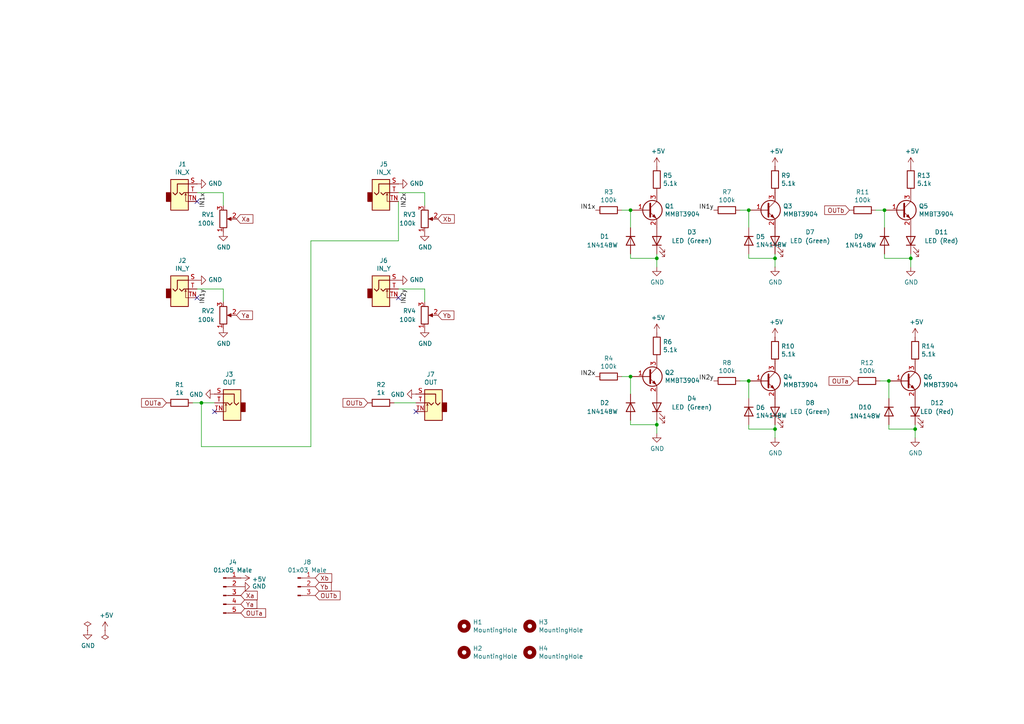
<source format=kicad_sch>
(kicad_sch (version 20231120) (generator "eeschema") (generator_version "8.0")
  (paper "A4")
  (title_block (title "produkt") (date "2021-08-01") (rev "R02") (comment 1 "schema for mount pcb") (comment 2 "vca and ringmodulator") (comment 4 "License CC BY 4.0 - Attribution 4.0 International"))
  (lib_symbols
    (symbol "Connector:Conn_01x03_Pin" (pin_names (offset 1.016) hide)
      (property "Reference" "J" (at 0 5.08 0))
      (property "Value" "Conn_01x03_Pin" (at 0 -5.08 0))
      (symbol "Conn_01x03_Pin_1_1"
        (polyline (pts (xy 1.27 -2.54) (xy 0.8636 -2.54)) (stroke (width 0.1524)))
        (polyline (pts (xy 1.27 0) (xy 0.8636 0)) (stroke (width 0.1524)))
        (polyline (pts (xy 1.27 2.54) (xy 0.8636 2.54)) (stroke (width 0.1524)))
        (rectangle (start 0.8636 -2.413) (end 0 -2.667) (stroke (width 0.1524)) (fill (type outline)))
        (rectangle (start 0.8636 0.127) (end 0 -0.127) (stroke (width 0.1524)) (fill (type outline)))
        (rectangle (start 0.8636 2.667) (end 0 2.413) (stroke (width 0.1524)) (fill (type outline)))
        (pin passive line (at 5.08 2.54 180) (length 3.81) (name "Pin_1") (number "1"))
        (pin passive line (at 5.08 0 180) (length 3.81) (name "Pin_2") (number "2"))
        (pin passive line (at 5.08 -2.54 180) (length 3.81) (name "Pin_3") (number "3"))
      )
    )
    (symbol "Connector:Conn_01x05_Pin" (pin_names (offset 1.016) hide)
      (property "Reference" "J" (at 0 7.62 0))
      (property "Value" "Conn_01x05_Pin" (at 0 -7.62 0))
      (symbol "Conn_01x05_Pin_1_1"
        (polyline (pts (xy 1.27 -5.08) (xy 0.8636 -5.08)) (stroke (width 0.1524)))
        (polyline (pts (xy 1.27 -2.54) (xy 0.8636 -2.54)) (stroke (width 0.1524)))
        (polyline (pts (xy 1.27 0) (xy 0.8636 0)) (stroke (width 0.1524)))
        (polyline (pts (xy 1.27 2.54) (xy 0.8636 2.54)) (stroke (width 0.1524)))
        (polyline (pts (xy 1.27 5.08) (xy 0.8636 5.08)) (stroke (width 0.1524)))
        (rectangle (start 0.8636 -4.953) (end 0 -5.207) (stroke (width 0.1524)) (fill (type outline)))
        (rectangle (start 0.8636 -2.413) (end 0 -2.667) (stroke (width 0.1524)) (fill (type outline)))
        (rectangle (start 0.8636 0.127) (end 0 -0.127) (stroke (width 0.1524)) (fill (type outline)))
        (rectangle (start 0.8636 2.667) (end 0 2.413) (stroke (width 0.1524)) (fill (type outline)))
        (rectangle (start 0.8636 5.207) (end 0 4.953) (stroke (width 0.1524)) (fill (type outline)))
        (pin passive line (at 5.08 5.08 180) (length 3.81) (name "Pin_1") (number "1"))
        (pin passive line (at 5.08 2.54 180) (length 3.81) (name "Pin_2") (number "2"))
        (pin passive line (at 5.08 0 180) (length 3.81) (name "Pin_3") (number "3"))
        (pin passive line (at 5.08 -2.54 180) (length 3.81) (name "Pin_4") (number "4"))
        (pin passive line (at 5.08 -5.08 180) (length 3.81) (name "Pin_5") (number "5"))
      )
    )
    (symbol "Connector_Audio:AudioJack2_SwitchT"
      (property "Reference" "J" (at 0 8.89 0))
      (property "Value" "AudioJack2_SwitchT" (at 0 6.35 0))
      (symbol "AudioJack2_SwitchT_0_1"
        (rectangle (start -2.54 0) (end -3.81 -2.54) (stroke (width 0.254)) (fill (type outline)))
        (polyline (pts (xy 1.778 -0.254) (xy 2.032 -0.762)))
        (polyline (pts (xy 0 0) (xy 0.635 -0.635) (xy 1.27 0) (xy 2.54 0)) (stroke (width 0.254)))
        (polyline (pts (xy 2.54 -2.54) (xy 1.778 -2.54) (xy 1.778 -0.254) (xy 1.524 -0.762)))
        (polyline (pts (xy 2.54 2.54) (xy -0.635 2.54) (xy -0.635 0) (xy -1.27 -0.635) (xy -1.905 0)) (stroke (width 0.254)))
        (rectangle (start 2.54 3.81) (end -2.54 -5.08) (stroke (width 0.254)) (fill (type background)))
      )
      (symbol "AudioJack2_SwitchT_1_1"
        (pin passive line (at 5.08 2.54 180) (length 2.54) (name "~") (number "S"))
        (pin passive line (at 5.08 0 180) (length 2.54) (name "~") (number "T"))
        (pin passive line (at 5.08 -2.54 180) (length 2.54) (name "~") (number "TN"))
      )
    )
    (symbol "Device:LED" (pin_numbers hide) (pin_names (offset 1.016) hide)
      (property "Reference" "D" (at 0 2.54 0))
      (property "Value" "LED" (at 0 -2.54 0))
      (symbol "LED_0_1"
        (polyline (pts (xy -1.27 -1.27) (xy -1.27 1.27)) (stroke (width 0.254)))
        (polyline (pts (xy -1.27 0) (xy 1.27 0)))
        (polyline (pts (xy 1.27 -1.27) (xy 1.27 1.27) (xy -1.27 0) (xy 1.27 -1.27)) (stroke (width 0.254)))
        (polyline (pts (xy -3.048 -0.762) (xy -4.572 -2.286) (xy -3.81 -2.286) (xy -4.572 -2.286) (xy -4.572 -1.524)))
        (polyline (pts (xy -1.778 -0.762) (xy -3.302 -2.286) (xy -2.54 -2.286) (xy -3.302 -2.286) (xy -3.302 -1.524)))
      )
      (symbol "LED_1_1"
        (pin passive line (at -3.81 0 0) (length 2.54) (name "K") (number "1"))
        (pin passive line (at 3.81 0 180) (length 2.54) (name "A") (number "2"))
      )
    )
    (symbol "Device:R" (pin_numbers hide) (pin_names (offset 0))
      (property "Reference" "R" (at 2.032 0 90))
      (property "Value" "R" (at 0 0 90))
      (symbol "R_0_1"
        (rectangle (start -1.016 -2.54) (end 1.016 2.54) (stroke (width 0.254)))
      )
      (symbol "R_1_1"
        (pin passive line (at 0 3.81 270) (length 1.27) (name "~") (number "1"))
        (pin passive line (at 0 -3.81 90) (length 1.27) (name "~") (number "2"))
      )
    )
    (symbol "Device:R_Potentiometer" (pin_names (offset 1.016) hide)
      (property "Reference" "RV" (at -4.445 0 90))
      (property "Value" "R_Potentiometer" (at -2.54 0 90))
      (symbol "R_Potentiometer_0_1"
        (polyline (pts (xy 2.54 0) (xy 1.524 0)))
        (polyline (pts (xy 1.143 0) (xy 2.286 0.508) (xy 2.286 -0.508) (xy 1.143 0)) (fill (type outline)))
        (rectangle (start 1.016 2.54) (end -1.016 -2.54) (stroke (width 0.254)))
      )
      (symbol "R_Potentiometer_1_1"
        (pin passive line (at 0 3.81 270) (length 1.27) (name "1") (number "1"))
        (pin passive line (at 3.81 0 180) (length 1.27) (name "2") (number "2"))
        (pin passive line (at 0 -3.81 90) (length 1.27) (name "3") (number "3"))
      )
    )
    (symbol "Diode:1N4148W" (pin_numbers hide) (pin_names hide)
      (property "Reference" "D" (at 0 2.54 0))
      (property "Value" "1N4148W" (at 0 -2.54 0))
      (symbol "1N4148W_0_1"
        (polyline (pts (xy -1.27 1.27) (xy -1.27 -1.27)) (stroke (width 0.254)))
        (polyline (pts (xy 1.27 0) (xy -1.27 0)))
        (polyline (pts (xy 1.27 1.27) (xy 1.27 -1.27) (xy -1.27 0) (xy 1.27 1.27)) (stroke (width 0.254)))
      )
      (symbol "1N4148W_1_1"
        (pin passive line (at -3.81 0 0) (length 2.54) (name "K") (number "1"))
        (pin passive line (at 3.81 0 180) (length 2.54) (name "A") (number "2"))
      )
    )
    (symbol "Mechanical:MountingHole" (pin_names (offset 1.016)) (exclude_from_sim yes) (in_bom no)
      (property "Reference" "H" (at 0 5.08 0))
      (property "Value" "MountingHole" (at 0 3.175 0))
      (symbol "MountingHole_0_1"
        (circle (center 0 0) (radius 1.27) (stroke (width 1.27)))
      )
    )
    (symbol "Transistor_BJT:MMBT3904" (pin_names (offset 0) hide)
      (property "Reference" "Q" (at 5.08 1.905 0))
      (property "Value" "MMBT3904" (at 5.08 0 0))
      (symbol "MMBT3904_0_1"
        (polyline (pts (xy 0.635 0.635) (xy 2.54 2.54)))
        (polyline (pts (xy 0.635 -0.635) (xy 2.54 -2.54) (xy 2.54 -2.54)))
        (polyline (pts (xy 0.635 1.905) (xy 0.635 -1.905) (xy 0.635 -1.905)) (stroke (width 0.508)))
        (polyline (pts (xy 1.27 -1.778) (xy 1.778 -1.27) (xy 2.286 -2.286) (xy 1.27 -1.778) (xy 1.27 -1.778)) (fill (type outline)))
        (circle (center 1.27 0) (radius 2.8194) (stroke (width 0.254)))
      )
      (symbol "MMBT3904_1_1"
        (pin input line (at -5.08 0 0) (length 5.715) (name "B") (number "1"))
        (pin passive line (at 2.54 -5.08 90) (length 2.54) (name "E") (number "2"))
        (pin passive line (at 2.54 5.08 270) (length 2.54) (name "C") (number "3"))
      )
    )
    (symbol "power:+5V" (power) (pin_numbers hide) (pin_names (offset 0) hide)
      (property "Value" "+5V" (at 0 3.556 0))
      (symbol "+5V_0_1"
        (polyline (pts (xy -0.762 1.27) (xy 0 2.54)))
        (polyline (pts (xy 0 0) (xy 0 2.54)))
        (polyline (pts (xy 0 2.54) (xy 0.762 1.27)))
      )
      (symbol "+5V_1_1"
        (pin power_in line (at 0 0 90) (length 0) (name "~") (number "1"))
      )
    )
    (symbol "power:GND" (power) (pin_numbers hide) (pin_names (offset 0) hide)
      (property "Value" "GND" (at 0 -3.81 0))
      (symbol "GND_0_1"
        (polyline (pts (xy 0 0) (xy 0 -1.27) (xy 1.27 -1.27) (xy 0 -2.54) (xy -1.27 -1.27) (xy 0 -1.27)))
      )
      (symbol "GND_1_1"
        (pin power_in line (at 0 0 270) (length 0) (name "~") (number "1"))
      )
    )
    (symbol "power:PWR_FLAG" (power) (pin_numbers hide) (pin_names (offset 0) hide)
      (property "Value" "PWR_FLAG" (at 0 3.81 0))
      (symbol "PWR_FLAG_0_0"
        (pin power_out line (at 0 0 90) (length 0) (name "~") (number "1"))
      )
      (symbol "PWR_FLAG_0_1"
        (polyline (pts (xy 0 0) (xy 0 1.27) (xy -1.016 1.905) (xy 0 2.54) (xy 1.016 1.905) (xy 0 1.27)))
      )
    )
  )
  (junction (at 190.5 74.93))
  (junction (at 182.88 109.22))
  (junction (at 256.54 60.96))
  (junction (at 58.42 116.84))
  (junction (at 224.79 74.93))
  (junction (at 190.5 123.19))
  (junction (at 264.16 74.93))
  (junction (at 224.79 124.46))
  (junction (at 182.88 60.96))
  (junction (at 217.17 110.49))
  (junction (at 217.17 60.96))
  (junction (at 257.81 110.49))
  (junction (at 265.43 124.46))
  (no_connect (at 115.57 86.36))
  (no_connect (at 57.15 86.36))
  (no_connect (at 57.15 58.42))
  (no_connect (at 62.23 119.38))
  (no_connect (at 120.65 119.38))
  (wire (pts (xy 254 60.96) (xy 256.54 60.96)))
  (wire (pts (xy 90.17 69.85) (xy 90.17 129.54)))
  (wire (pts (xy 217.17 74.93) (xy 217.17 73.66)))
  (wire (pts (xy 58.42 129.54) (xy 90.17 129.54)))
  (wire (pts (xy 256.54 74.93) (xy 256.54 73.66)))
  (wire (pts (xy 115.57 69.85) (xy 90.17 69.85)))
  (wire (pts (xy 217.17 124.46) (xy 217.17 123.19)))
  (wire (pts (xy 115.57 58.42) (xy 115.57 69.85)))
  (wire (pts (xy 123.19 55.88) (xy 123.19 59.69)))
  (wire (pts (xy 57.15 83.82) (xy 64.77 83.82)))
  (wire (pts (xy 182.88 123.19) (xy 190.5 123.19)))
  (wire (pts (xy 55.88 116.84) (xy 58.42 116.84)))
  (wire (pts (xy 214.63 60.96) (xy 217.17 60.96)))
  (wire (pts (xy 190.5 121.92) (xy 190.5 123.19)))
  (wire (pts (xy 182.88 66.04) (xy 182.88 60.96)))
  (wire (pts (xy 114.3 116.84) (xy 120.65 116.84)))
  (wire (pts (xy 224.79 123.19) (xy 224.79 124.46)))
  (wire (pts (xy 182.88 74.93) (xy 182.88 73.66)))
  (wire (pts (xy 180.34 109.22) (xy 182.88 109.22)))
  (wire (pts (xy 264.16 73.66) (xy 264.16 74.93)))
  (wire (pts (xy 217.17 124.46) (xy 224.79 124.46)))
  (wire (pts (xy 224.79 124.46) (xy 224.79 127)))
  (wire (pts (xy 217.17 115.57) (xy 217.17 110.49)))
  (wire (pts (xy 182.88 114.3) (xy 182.88 109.22)))
  (wire (pts (xy 64.77 83.82) (xy 64.77 87.63)))
  (wire (pts (xy 256.54 74.93) (xy 264.16 74.93)))
  (wire (pts (xy 257.81 115.57) (xy 257.81 110.49)))
  (wire (pts (xy 224.79 74.93) (xy 224.79 77.47)))
  (wire (pts (xy 190.5 73.66) (xy 190.5 74.93)))
  (wire (pts (xy 115.57 55.88) (xy 123.19 55.88)))
  (wire (pts (xy 64.77 55.88) (xy 64.77 59.69)))
  (wire (pts (xy 255.27 110.49) (xy 257.81 110.49)))
  (wire (pts (xy 224.79 73.66) (xy 224.79 74.93)))
  (wire (pts (xy 264.16 74.93) (xy 264.16 77.47)))
  (wire (pts (xy 265.43 123.19) (xy 265.43 124.46)))
  (wire (pts (xy 190.5 123.19) (xy 190.5 125.73)))
  (wire (pts (xy 180.34 60.96) (xy 182.88 60.96)))
  (wire (pts (xy 182.88 74.93) (xy 190.5 74.93)))
  (wire (pts (xy 190.5 74.93) (xy 190.5 77.47)))
  (wire (pts (xy 265.43 124.46) (xy 265.43 127)))
  (wire (pts (xy 257.81 124.46) (xy 257.81 123.19)))
  (wire (pts (xy 256.54 66.04) (xy 256.54 60.96)))
  (wire (pts (xy 182.88 123.19) (xy 182.88 121.92)))
  (wire (pts (xy 217.17 74.93) (xy 224.79 74.93)))
  (wire (pts (xy 58.42 116.84) (xy 62.23 116.84)))
  (wire (pts (xy 217.17 66.04) (xy 217.17 60.96)))
  (wire (pts (xy 57.15 55.88) (xy 64.77 55.88)))
  (wire (pts (xy 257.81 124.46) (xy 265.43 124.46)))
  (wire (pts (xy 214.63 110.49) (xy 217.17 110.49)))
  (wire (pts (xy 115.57 83.82) (xy 123.19 83.82)))
  (wire (pts (xy 123.19 83.82) (xy 123.19 87.63)))
  (wire (pts (xy 58.42 116.84) (xy 58.42 129.54)))
  (label "IN2y" (at 118.11 83.82 270))
  (label "IN1x" (at 172.72 60.96 180))
  (label "IN2x" (at 172.72 109.22 180))
  (label "IN2x" (at 118.11 55.88 270))
  (label "IN2y" (at 207.01 110.49 180))
  (label "IN1y" (at 59.69 83.82 270))
  (label "IN1x" (at 59.69 55.88 270))
  (label "IN1y" (at 207.01 60.96 180))
  (global_label "OUTa" (shape input) (at 247.65 110.49 180) (property "Intersheetrefs" "${INTERSHEET_REFS}" (effects (hide yes))))
  (global_label "Xb" (shape input) (at 91.44 167.64 0) (property "Intersheetrefs" "${INTERSHEET_REFS}" (effects (hide yes))))
  (global_label "Yb" (shape input) (at 127 91.44 0) (property "Intersheetrefs" "${INTERSHEET_REFS}" (effects (hide yes))))
  (global_label "Xb" (shape input) (at 127 63.5 0) (property "Intersheetrefs" "${INTERSHEET_REFS}" (effects (hide yes))))
  (global_label "Yb" (shape input) (at 91.44 170.18 0) (property "Intersheetrefs" "${INTERSHEET_REFS}" (effects (hide yes))))
  (global_label "Xa" (shape input) (at 68.58 63.5 0) (property "Intersheetrefs" "${INTERSHEET_REFS}" (effects (hide yes))))
  (global_label "OUTb" (shape input) (at 246.38 60.96 180) (property "Intersheetrefs" "${INTERSHEET_REFS}" (effects (hide yes))))
  (global_label "OUTb" (shape input) (at 91.44 172.72 0) (property "Intersheetrefs" "${INTERSHEET_REFS}" (effects (hide yes))))
  (global_label "Ya" (shape input) (at 69.85 175.26 0) (property "Intersheetrefs" "${INTERSHEET_REFS}" (effects (hide yes))))
  (global_label "OUTa" (shape input) (at 48.26 116.84 180) (property "Intersheetrefs" "${INTERSHEET_REFS}" (effects (hide yes))))
  (global_label "Xa" (shape input) (at 69.85 172.72 0) (property "Intersheetrefs" "${INTERSHEET_REFS}" (effects (hide yes))))
  (global_label "OUTa" (shape input) (at 69.85 177.8 0) (property "Intersheetrefs" "${INTERSHEET_REFS}" (effects (hide yes))))
  (global_label "OUTb" (shape input) (at 106.68 116.84 180) (property "Intersheetrefs" "${INTERSHEET_REFS}" (effects (hide yes))))
  (global_label "Ya" (shape input) (at 68.58 91.44 0) (property "Intersheetrefs" "${INTERSHEET_REFS}" (effects (hide yes))))
  (symbol (lib_id "power:GND") (at 64.77 67.31 0) (unit 1)
    (property "Reference" "#PWR06" (effects (hide yes)))
    (property "Value" "GND" (at 64.897 71.7042 0))
    (property "Description" "Power symbol creates a global label with name \"GND\" , ground" (effects (hide yes)))
  )
  (symbol (lib_id "Connector_Audio:AudioJack2_SwitchT") (at 52.07 55.88 0) (unit 1)
    (property "Reference" "J1" (at 52.8828 47.625 0))
    (property "Value" "IN_X" (at 52.8828 49.9364 0))
    (property "Footprint" "elektrophon:Jack_3.5mm_WQP-PJ398SM_Vertical" (effects (hide yes)))
    (property "Description" "Audio Jack, 2 Poles (Mono / TS), Switched T Pole (Normalling)" (effects (hide yes)))
    (property "Sim.Device" "SPICE" (effects (hide yes)))
    (property "Sim.Params" "type=\"X\" model=\"IN_1\" lib=\"\"" (effects (hide yes)))
    (property "Sim.Pins" "1=1 1=2" (effects (hide yes)))
  )
  (symbol (lib_id "power:GND") (at 57.15 53.34 90) (unit 1)
    (property "Reference" "#PWR03" (effects (hide yes)))
    (property "Value" "GND" (at 60.4012 53.213 90) (effects (justify right)))
    (property "Description" "Power symbol creates a global label with name \"GND\" , ground" (effects (hide yes)))
  )
  (symbol (lib_id "power:GND") (at 57.15 81.28 90) (unit 1)
    (property "Reference" "#PWR04" (effects (hide yes)))
    (property "Value" "GND" (at 60.4012 81.153 90) (effects (justify right)))
    (property "Description" "Power symbol creates a global label with name \"GND\" , ground" (effects (hide yes)))
  )
  (symbol (lib_id "Connector_Audio:AudioJack2_SwitchT") (at 52.07 83.82 0) (unit 1)
    (property "Reference" "J2" (at 52.8828 75.565 0))
    (property "Value" "IN_Y" (at 52.8828 77.8764 0))
    (property "Footprint" "elektrophon:Jack_3.5mm_WQP-PJ398SM_Vertical" (effects (hide yes)))
    (property "Description" "Audio Jack, 2 Poles (Mono / TS), Switched T Pole (Normalling)" (effects (hide yes)))
    (property "Sim.Device" "SPICE" (effects (hide yes)))
    (property "Sim.Params" "type=\"X\" model=\"IN_1\" lib=\"\"" (effects (hide yes)))
    (property "Sim.Pins" "1=1 1=2" (effects (hide yes)))
  )
  (symbol (lib_id "power:GND") (at 64.77 95.25 0) (unit 1)
    (property "Reference" "#PWR07" (effects (hide yes)))
    (property "Value" "GND" (at 64.897 99.6442 0))
    (property "Description" "Power symbol creates a global label with name \"GND\" , ground" (effects (hide yes)))
  )
  (symbol (lib_id "Device:R") (at 52.07 116.84 90) (unit 1)
    (property "Reference" "R1" (at 52.07 111.5822 90))
    (property "Value" "1k" (at 52.07 113.8936 90))
    (property "Footprint" "Resistor_THT:R_Axial_DIN0204_L3.6mm_D1.6mm_P5.08mm_Horizontal" (effects (hide yes)))
    (property "Description" "Resistor" (effects (hide yes)))
  )
  (symbol (lib_id "Connector_Audio:AudioJack2_SwitchT") (at 67.31 116.84 0) (mirror y) (unit 1)
    (property "Reference" "J3" (at 66.4972 108.585 0))
    (property "Value" "OUT" (at 66.4972 110.8964 0))
    (property "Footprint" "elektrophon:Jack_3.5mm_WQP-PJ398SM_Vertical" (effects (hide yes)))
    (property "Description" "Audio Jack, 2 Poles (Mono / TS), Switched T Pole (Normalling)" (effects (hide yes)))
    (property "Sim.Device" "SPICE" (effects (hide yes)))
    (property "Sim.Params" "type=\"X\" model=\"OUT\" lib=\"\"" (effects (hide yes)))
    (property "Sim.Pins" "1=1 1=2" (effects (hide yes)))
  )
  (symbol (lib_id "power:GND") (at 62.23 114.3 270) (unit 1)
    (property "Reference" "#PWR05" (effects (hide yes)))
    (property "Value" "GND" (at 58.9788 114.427 90) (effects (justify right)))
    (property "Description" "Power symbol creates a global label with name \"GND\" , ground" (effects (hide yes)))
  )
  (symbol (lib_id "power:GND") (at 25.4 182.88 0) (unit 1)
    (property "Reference" "#PWR01" (effects (hide yes)))
    (property "Value" "GND" (at 25.527 187.2742 0))
    (property "Description" "Power symbol creates a global label with name \"GND\" , ground" (effects (hide yes)))
  )
  (symbol (lib_id "Device:LED") (at 190.5 69.85 90) (unit 1)
    (property "Reference" "D3" (at 200.66 67.31 90))
    (property "Value" "LED (Green)" (at 200.66 69.85 90))
    (property "Footprint" "LED_THT:LED_D3.0mm" (effects (hide yes)))
    (property "Description" "Light emitting diode" (effects (hide yes)))
  )
  (symbol (lib_id "Mechanical:MountingHole") (at 134.62 181.61 0) (unit 1)
    (property "Reference" "H1" (at 137.16 180.4416 0) (effects (justify left)))
    (property "Value" "MountingHole" (at 137.16 182.753 0) (effects (justify left)))
    (property "Footprint" "MountingHole:MountingHole_2.2mm_M2" (effects (hide yes)))
    (property "Description" "Mounting Hole without connection" (effects (hide yes)))
  )
  (symbol (lib_id "Mechanical:MountingHole") (at 134.62 189.23 0) (unit 1)
    (property "Reference" "H2" (at 137.16 188.0616 0) (effects (justify left)))
    (property "Value" "MountingHole" (at 137.16 190.373 0) (effects (justify left)))
    (property "Footprint" "MountingHole:MountingHole_2.2mm_M2" (effects (hide yes)))
    (property "Description" "Mounting Hole without connection" (effects (hide yes)))
  )
  (symbol (lib_id "Mechanical:MountingHole") (at 153.67 181.61 0) (unit 1)
    (property "Reference" "H3" (at 156.21 180.4416 0) (effects (justify left)))
    (property "Value" "MountingHole" (at 156.21 182.753 0) (effects (justify left)))
    (property "Footprint" "MountingHole:MountingHole_2.2mm_M2" (effects (hide yes)))
    (property "Description" "Mounting Hole without connection" (effects (hide yes)))
  )
  (symbol (lib_id "Mechanical:MountingHole") (at 153.67 189.23 0) (unit 1)
    (property "Reference" "H4" (at 156.21 188.0616 0) (effects (justify left)))
    (property "Value" "MountingHole" (at 156.21 190.373 0) (effects (justify left)))
    (property "Footprint" "MountingHole:MountingHole_2.2mm_M2" (effects (hide yes)))
    (property "Description" "Mounting Hole without connection" (effects (hide yes)))
  )
  (symbol (lib_id "power:GND") (at 115.57 53.34 90) (unit 1)
    (property "Reference" "#PWR010" (effects (hide yes)))
    (property "Value" "GND" (at 118.8212 53.213 90) (effects (justify right)))
    (property "Description" "Power symbol creates a global label with name \"GND\" , ground" (effects (hide yes)))
  )
  (symbol (lib_id "Connector_Audio:AudioJack2_SwitchT") (at 110.49 55.88 0) (unit 1)
    (property "Reference" "J5" (at 111.3028 47.625 0))
    (property "Value" "IN_X" (at 111.3028 49.9364 0))
    (property "Footprint" "elektrophon:Jack_3.5mm_WQP-PJ398SM_Vertical" (effects (hide yes)))
    (property "Description" "Audio Jack, 2 Poles (Mono / TS), Switched T Pole (Normalling)" (effects (hide yes)))
    (property "Sim.Device" "SPICE" (effects (hide yes)))
    (property "Sim.Params" "type=\"X\" model=\"IN_1\" lib=\"\"" (effects (hide yes)))
    (property "Sim.Pins" "1=1 1=2" (effects (hide yes)))
  )
  (symbol (lib_id "power:GND") (at 123.19 67.31 0) (unit 1)
    (property "Reference" "#PWR013" (effects (hide yes)))
    (property "Value" "GND" (at 123.317 71.7042 0))
    (property "Description" "Power symbol creates a global label with name \"GND\" , ground" (effects (hide yes)))
  )
  (symbol (lib_id "power:GND") (at 120.65 114.3 270) (unit 1)
    (property "Reference" "#PWR012" (effects (hide yes)))
    (property "Value" "GND" (at 117.3988 114.427 90) (effects (justify right)))
    (property "Description" "Power symbol creates a global label with name \"GND\" , ground" (effects (hide yes)))
  )
  (symbol (lib_id "Connector_Audio:AudioJack2_SwitchT") (at 125.73 116.84 0) (mirror y) (unit 1)
    (property "Reference" "J7" (at 124.9172 108.585 0))
    (property "Value" "OUT" (at 124.9172 110.8964 0))
    (property "Footprint" "elektrophon:Jack_3.5mm_WQP-PJ398SM_Vertical" (effects (hide yes)))
    (property "Description" "Audio Jack, 2 Poles (Mono / TS), Switched T Pole (Normalling)" (effects (hide yes)))
    (property "Sim.Device" "SPICE" (effects (hide yes)))
    (property "Sim.Params" "type=\"X\" model=\"OUT\" lib=\"\"" (effects (hide yes)))
    (property "Sim.Pins" "1=1 1=2" (effects (hide yes)))
  )
  (symbol (lib_id "Device:R") (at 110.49 116.84 90) (unit 1)
    (property "Reference" "R2" (at 110.49 111.5822 90))
    (property "Value" "1k" (at 110.49 113.8936 90))
    (property "Footprint" "Resistor_THT:R_Axial_DIN0204_L3.6mm_D1.6mm_P5.08mm_Horizontal" (effects (hide yes)))
    (property "Description" "Resistor" (effects (hide yes)))
  )
  (symbol (lib_id "power:GND") (at 115.57 81.28 90) (unit 1)
    (property "Reference" "#PWR011" (effects (hide yes)))
    (property "Value" "GND" (at 118.8212 81.153 90) (effects (justify right)))
    (property "Description" "Power symbol creates a global label with name \"GND\" , ground" (effects (hide yes)))
  )
  (symbol (lib_id "Connector_Audio:AudioJack2_SwitchT") (at 110.49 83.82 0) (unit 1)
    (property "Reference" "J6" (at 111.3028 75.565 0))
    (property "Value" "IN_Y" (at 111.3028 77.8764 0))
    (property "Footprint" "elektrophon:Jack_3.5mm_WQP-PJ398SM_Vertical" (effects (hide yes)))
    (property "Description" "Audio Jack, 2 Poles (Mono / TS), Switched T Pole (Normalling)" (effects (hide yes)))
    (property "Sim.Device" "SPICE" (effects (hide yes)))
    (property "Sim.Params" "type=\"X\" model=\"IN_1\" lib=\"\"" (effects (hide yes)))
    (property "Sim.Pins" "1=1 1=2" (effects (hide yes)))
  )
  (symbol (lib_id "power:GND") (at 123.19 95.25 0) (unit 1)
    (property "Reference" "#PWR014" (effects (hide yes)))
    (property "Value" "GND" (at 123.317 99.6442 0))
    (property "Description" "Power symbol creates a global label with name \"GND\" , ground" (effects (hide yes)))
  )
  (symbol (lib_id "power:GND") (at 69.85 170.18 90) (unit 1)
    (property "Reference" "#PWR09" (effects (hide yes)))
    (property "Value" "GND" (at 73.1012 170.053 90) (effects (justify right)))
    (property "Description" "Power symbol creates a global label with name \"GND\" , ground" (effects (hide yes)))
  )
  (symbol (lib_id "power:GND") (at 190.5 77.47 0) (unit 1)
    (property "Reference" "#PWR016" (effects (hide yes)))
    (property "Value" "GND" (at 190.627 81.8642 0))
    (property "Description" "Power symbol creates a global label with name \"GND\" , ground" (effects (hide yes)))
  )
  (symbol (lib_id "Device:R") (at 190.5 52.07 0) (unit 1)
    (property "Reference" "R5" (at 192.278 50.9016 0) (effects (justify left)))
    (property "Value" "5.1k" (at 192.278 53.213 0) (effects (justify left)))
    (property "Footprint" "Resistor_SMD:R_0805_2012Metric_Pad1.20x1.40mm_HandSolder" (effects (hide yes)))
    (property "Description" "Resistor" (effects (hide yes)))
  )
  (symbol (lib_id "power:+5V") (at 190.5 48.26 0) (unit 1)
    (property "Reference" "#PWR015" (effects (hide yes)))
    (property "Value" "+5V" (at 190.881 43.8658 0))
    (property "Description" "Power symbol creates a global label with name \"+5V\"" (effects (hide yes)))
  )
  (symbol (lib_id "Device:R") (at 176.53 60.96 270) (unit 1)
    (property "Reference" "R3" (at 176.53 55.7022 90))
    (property "Value" "100k" (at 176.53 58.0136 90))
    (property "Footprint" "Resistor_SMD:R_0805_2012Metric_Pad1.20x1.40mm_HandSolder" (effects (hide yes)))
    (property "Description" "Resistor" (effects (hide yes)))
  )
  (symbol (lib_id "Diode:1N4148W") (at 256.54 69.85 270) (unit 1)
    (property "Reference" "D9" (at 247.65 68.58 90) (effects (justify left)))
    (property "Value" "1N4148W" (at 245.11 71.12 90) (effects (justify left)))
    (property "Footprint" "Diode_SMD:D_SOD-123" (effects (hide yes)))
    (property "Datasheet" "https://www.vishay.com/docs/85748/1n4148w.pdf" (effects (hide yes)))
    (property "Description" "75V 0.15A Fast Switching Diode, SOD-123" (effects (hide yes)))
    (property "Sim.Device" "D" (effects (hide yes)))
    (property "Sim.Pins" "1=K 2=A" (effects (hide yes)))
  )
  (symbol (lib_id "Diode:1N4148W") (at 217.17 69.85 270) (unit 1)
    (property "Reference" "D5" (at 219.202 68.6816 90) (effects (justify left)))
    (property "Value" "1N4148W" (at 219.202 70.993 90) (effects (justify left)))
    (property "Footprint" "Diode_SMD:D_SOD-123" (effects (hide yes)))
    (property "Datasheet" "https://www.vishay.com/docs/85748/1n4148w.pdf" (effects (hide yes)))
    (property "Description" "75V 0.15A Fast Switching Diode, SOD-123" (effects (hide yes)))
    (property "Sim.Device" "D" (effects (hide yes)))
    (property "Sim.Pins" "1=K 2=A" (effects (hide yes)))
  )
  (symbol (lib_id "Diode:1N4148W") (at 182.88 69.85 270) (unit 1)
    (property "Reference" "D1" (at 173.99 68.58 90) (effects (justify left)))
    (property "Value" "1N4148W" (at 170.18 71.12 90) (effects (justify left)))
    (property "Footprint" "Diode_SMD:D_SOD-123" (effects (hide yes)))
    (property "Datasheet" "https://www.vishay.com/docs/85748/1n4148w.pdf" (effects (hide yes)))
    (property "Description" "75V 0.15A Fast Switching Diode, SOD-123" (effects (hide yes)))
    (property "Sim.Device" "D" (effects (hide yes)))
    (property "Sim.Pins" "1=K 2=A" (effects (hide yes)))
  )
  (symbol (lib_id "Diode:1N4148W") (at 182.88 118.11 270) (unit 1)
    (property "Reference" "D2" (at 173.99 116.84 90) (effects (justify left)))
    (property "Value" "1N4148W" (at 170.18 119.38 90) (effects (justify left)))
    (property "Footprint" "Diode_SMD:D_SOD-123" (effects (hide yes)))
    (property "Datasheet" "https://www.vishay.com/docs/85748/1n4148w.pdf" (effects (hide yes)))
    (property "Description" "75V 0.15A Fast Switching Diode, SOD-123" (effects (hide yes)))
    (property "Sim.Device" "D" (effects (hide yes)))
    (property "Sim.Pins" "1=K 2=A" (effects (hide yes)))
  )
  (symbol (lib_id "Diode:1N4148W") (at 217.17 119.38 270) (unit 1)
    (property "Reference" "D6" (at 219.202 118.2116 90) (effects (justify left)))
    (property "Value" "1N4148W" (at 219.202 120.523 90) (effects (justify left)))
    (property "Footprint" "Diode_SMD:D_SOD-123" (effects (hide yes)))
    (property "Datasheet" "https://www.vishay.com/docs/85748/1n4148w.pdf" (effects (hide yes)))
    (property "Description" "75V 0.15A Fast Switching Diode, SOD-123" (effects (hide yes)))
    (property "Sim.Device" "D" (effects (hide yes)))
    (property "Sim.Pins" "1=K 2=A" (effects (hide yes)))
  )
  (symbol (lib_id "Transistor_BJT:MMBT3904") (at 187.96 60.96 0) (unit 1)
    (property "Reference" "Q1" (at 192.8114 59.7916 0) (effects (justify left)))
    (property "Value" "MMBT3904" (at 192.8114 62.103 0) (effects (justify left)))
    (property "Footprint" "Package_TO_SOT_SMD:SOT-23" (effects (hide yes)))
    (property "Datasheet" "https://www.onsemi.com/pdf/datasheet/pzt3904-d.pdf" (effects (hide yes)))
    (property "Description" "0.2A Ic, 40V Vce, Small Signal NPN Transistor, SOT-23" (effects (hide yes)))
  )
  (symbol (lib_id "Device:LED") (at 265.43 119.38 90) (unit 1)
    (property "Reference" "D12" (at 271.78 116.84 90))
    (property "Value" "LED (Red)" (at 271.78 119.38 90))
    (property "Footprint" "LED_THT:LED_D3.0mm" (effects (hide yes)))
    (property "Description" "Light emitting diode" (effects (hide yes)))
  )
  (symbol (lib_id "power:GND") (at 265.43 127 0) (unit 1)
    (property "Reference" "#PWR026" (effects (hide yes)))
    (property "Value" "GND" (at 265.557 131.3942 0))
    (property "Description" "Power symbol creates a global label with name \"GND\" , ground" (effects (hide yes)))
  )
  (symbol (lib_id "Device:R") (at 265.43 101.6 0) (unit 1)
    (property "Reference" "R14" (at 267.208 100.4316 0) (effects (justify left)))
    (property "Value" "5.1k" (at 267.208 102.743 0) (effects (justify left)))
    (property "Footprint" "Resistor_SMD:R_0805_2012Metric_Pad1.20x1.40mm_HandSolder" (effects (hide yes)))
    (property "Description" "Resistor" (effects (hide yes)))
  )
  (symbol (lib_id "power:+5V") (at 265.43 97.79 0) (unit 1)
    (property "Reference" "#PWR025" (effects (hide yes)))
    (property "Value" "+5V" (at 265.811 93.3958 0))
    (property "Description" "Power symbol creates a global label with name \"+5V\"" (effects (hide yes)))
  )
  (symbol (lib_id "Device:R") (at 251.46 110.49 270) (unit 1)
    (property "Reference" "R12" (at 251.46 105.2322 90))
    (property "Value" "100k" (at 251.46 107.5436 90))
    (property "Footprint" "Resistor_SMD:R_0805_2012Metric_Pad1.20x1.40mm_HandSolder" (effects (hide yes)))
    (property "Description" "Resistor" (effects (hide yes)))
  )
  (symbol (lib_id "Diode:1N4148W") (at 257.81 119.38 270) (unit 1)
    (property "Reference" "D10" (at 248.92 118.11 90) (effects (justify left)))
    (property "Value" "1N4148W" (at 246.38 120.65 90) (effects (justify left)))
    (property "Footprint" "Diode_SMD:D_SOD-123" (effects (hide yes)))
    (property "Datasheet" "https://www.vishay.com/docs/85748/1n4148w.pdf" (effects (hide yes)))
    (property "Description" "75V 0.15A Fast Switching Diode, SOD-123" (effects (hide yes)))
    (property "Sim.Device" "D" (effects (hide yes)))
    (property "Sim.Pins" "1=K 2=A" (effects (hide yes)))
  )
  (symbol (lib_id "Transistor_BJT:MMBT3904") (at 262.89 110.49 0) (unit 1)
    (property "Reference" "Q6" (at 267.7414 109.3216 0) (effects (justify left)))
    (property "Value" "MMBT3904" (at 267.7414 111.633 0) (effects (justify left)))
    (property "Footprint" "Package_TO_SOT_SMD:SOT-23" (effects (hide yes)))
    (property "Datasheet" "https://www.onsemi.com/pdf/datasheet/pzt3904-d.pdf" (effects (hide yes)))
    (property "Description" "0.2A Ic, 40V Vce, Small Signal NPN Transistor, SOT-23" (effects (hide yes)))
  )
  (symbol (lib_id "Transistor_BJT:MMBT3904") (at 222.25 60.96 0) (unit 1)
    (property "Reference" "Q3" (at 227.1014 59.7916 0) (effects (justify left)))
    (property "Value" "MMBT3904" (at 227.1014 62.103 0) (effects (justify left)))
    (property "Footprint" "Package_TO_SOT_SMD:SOT-23" (effects (hide yes)))
    (property "Datasheet" "https://www.onsemi.com/pdf/datasheet/pzt3904-d.pdf" (effects (hide yes)))
    (property "Description" "0.2A Ic, 40V Vce, Small Signal NPN Transistor, SOT-23" (effects (hide yes)))
  )
  (symbol (lib_id "Transistor_BJT:MMBT3904") (at 261.62 60.96 0) (unit 1)
    (property "Reference" "Q5" (at 266.4714 59.7916 0) (effects (justify left)))
    (property "Value" "MMBT3904" (at 266.4714 62.103 0) (effects (justify left)))
    (property "Footprint" "Package_TO_SOT_SMD:SOT-23" (effects (hide yes)))
    (property "Datasheet" "https://www.onsemi.com/pdf/datasheet/pzt3904-d.pdf" (effects (hide yes)))
    (property "Description" "0.2A Ic, 40V Vce, Small Signal NPN Transistor, SOT-23" (effects (hide yes)))
  )
  (symbol (lib_id "Transistor_BJT:MMBT3904") (at 187.96 109.22 0) (unit 1)
    (property "Reference" "Q2" (at 192.8114 108.0516 0) (effects (justify left)))
    (property "Value" "MMBT3904" (at 192.8114 110.363 0) (effects (justify left)))
    (property "Footprint" "Package_TO_SOT_SMD:SOT-23" (effects (hide yes)))
    (property "Datasheet" "https://www.onsemi.com/pdf/datasheet/pzt3904-d.pdf" (effects (hide yes)))
    (property "Description" "0.2A Ic, 40V Vce, Small Signal NPN Transistor, SOT-23" (effects (hide yes)))
  )
  (symbol (lib_id "Transistor_BJT:MMBT3904") (at 222.25 110.49 0) (unit 1)
    (property "Reference" "Q4" (at 227.1014 109.3216 0) (effects (justify left)))
    (property "Value" "MMBT3904" (at 227.1014 111.633 0) (effects (justify left)))
    (property "Footprint" "Package_TO_SOT_SMD:SOT-23" (effects (hide yes)))
    (property "Datasheet" "https://www.onsemi.com/pdf/datasheet/pzt3904-d.pdf" (effects (hide yes)))
    (property "Description" "0.2A Ic, 40V Vce, Small Signal NPN Transistor, SOT-23" (effects (hide yes)))
  )
  (symbol (lib_id "Device:LED") (at 224.79 69.85 90) (unit 1)
    (property "Reference" "D7" (at 234.95 67.31 90))
    (property "Value" "LED (Green)" (at 234.95 69.85 90))
    (property "Footprint" "LED_THT:LED_D3.0mm" (effects (hide yes)))
    (property "Description" "Light emitting diode" (effects (hide yes)))
  )
  (symbol (lib_id "power:GND") (at 224.79 77.47 0) (unit 1)
    (property "Reference" "#PWR020" (effects (hide yes)))
    (property "Value" "GND" (at 224.917 81.8642 0))
    (property "Description" "Power symbol creates a global label with name \"GND\" , ground" (effects (hide yes)))
  )
  (symbol (lib_id "Device:R") (at 224.79 52.07 0) (unit 1)
    (property "Reference" "R9" (at 226.568 50.9016 0) (effects (justify left)))
    (property "Value" "5.1k" (at 226.568 53.213 0) (effects (justify left)))
    (property "Footprint" "Resistor_SMD:R_0805_2012Metric_Pad1.20x1.40mm_HandSolder" (effects (hide yes)))
    (property "Description" "Resistor" (effects (hide yes)))
  )
  (symbol (lib_id "power:+5V") (at 224.79 48.26 0) (unit 1)
    (property "Reference" "#PWR019" (effects (hide yes)))
    (property "Value" "+5V" (at 225.171 43.8658 0))
    (property "Description" "Power symbol creates a global label with name \"+5V\"" (effects (hide yes)))
  )
  (symbol (lib_id "Device:R") (at 210.82 60.96 270) (unit 1)
    (property "Reference" "R7" (at 210.82 55.7022 90))
    (property "Value" "100k" (at 210.82 58.0136 90))
    (property "Footprint" "Resistor_SMD:R_0805_2012Metric_Pad1.20x1.40mm_HandSolder" (effects (hide yes)))
    (property "Description" "Resistor" (effects (hide yes)))
  )
  (symbol (lib_id "Device:LED") (at 264.16 69.85 90) (unit 1)
    (property "Reference" "D11" (at 273.05 67.31 90))
    (property "Value" "LED (Red)" (at 273.05 69.85 90))
    (property "Footprint" "LED_THT:LED_D3.0mm" (effects (hide yes)))
    (property "Description" "Light emitting diode" (effects (hide yes)))
  )
  (symbol (lib_id "power:GND") (at 264.16 77.47 0) (unit 1)
    (property "Reference" "#PWR024" (effects (hide yes)))
    (property "Value" "GND" (at 264.287 81.8642 0))
    (property "Description" "Power symbol creates a global label with name \"GND\" , ground" (effects (hide yes)))
  )
  (symbol (lib_id "Device:R") (at 264.16 52.07 0) (unit 1)
    (property "Reference" "R13" (at 265.938 50.9016 0) (effects (justify left)))
    (property "Value" "5.1k" (at 265.938 53.213 0) (effects (justify left)))
    (property "Footprint" "Resistor_SMD:R_0805_2012Metric_Pad1.20x1.40mm_HandSolder" (effects (hide yes)))
    (property "Description" "Resistor" (effects (hide yes)))
  )
  (symbol (lib_id "power:+5V") (at 264.16 48.26 0) (unit 1)
    (property "Reference" "#PWR023" (effects (hide yes)))
    (property "Value" "+5V" (at 264.541 43.8658 0))
    (property "Description" "Power symbol creates a global label with name \"+5V\"" (effects (hide yes)))
  )
  (symbol (lib_id "Device:R") (at 250.19 60.96 270) (unit 1)
    (property "Reference" "R11" (at 250.19 55.7022 90))
    (property "Value" "100k" (at 250.19 58.0136 90))
    (property "Footprint" "Resistor_SMD:R_0805_2012Metric_Pad1.20x1.40mm_HandSolder" (effects (hide yes)))
    (property "Description" "Resistor" (effects (hide yes)))
  )
  (symbol (lib_id "Device:LED") (at 190.5 118.11 90) (unit 1)
    (property "Reference" "D4" (at 200.66 115.57 90))
    (property "Value" "LED (Green)" (at 200.66 118.11 90))
    (property "Footprint" "LED_THT:LED_D3.0mm" (effects (hide yes)))
    (property "Description" "Light emitting diode" (effects (hide yes)))
  )
  (symbol (lib_id "power:GND") (at 190.5 125.73 0) (unit 1)
    (property "Reference" "#PWR018" (effects (hide yes)))
    (property "Value" "GND" (at 190.627 130.1242 0))
    (property "Description" "Power symbol creates a global label with name \"GND\" , ground" (effects (hide yes)))
  )
  (symbol (lib_id "Device:R") (at 190.5 100.33 0) (unit 1)
    (property "Reference" "R6" (at 192.278 99.1616 0) (effects (justify left)))
    (property "Value" "5.1k" (at 192.278 101.473 0) (effects (justify left)))
    (property "Footprint" "Resistor_SMD:R_0805_2012Metric_Pad1.20x1.40mm_HandSolder" (effects (hide yes)))
    (property "Description" "Resistor" (effects (hide yes)))
  )
  (symbol (lib_id "power:+5V") (at 190.5 96.52 0) (unit 1)
    (property "Reference" "#PWR017" (effects (hide yes)))
    (property "Value" "+5V" (at 190.881 92.1258 0))
    (property "Description" "Power symbol creates a global label with name \"+5V\"" (effects (hide yes)))
  )
  (symbol (lib_id "Device:R") (at 176.53 109.22 270) (unit 1)
    (property "Reference" "R4" (at 176.53 103.9622 90))
    (property "Value" "100k" (at 176.53 106.2736 90))
    (property "Footprint" "Resistor_SMD:R_0805_2012Metric_Pad1.20x1.40mm_HandSolder" (effects (hide yes)))
    (property "Description" "Resistor" (effects (hide yes)))
  )
  (symbol (lib_id "Device:LED") (at 224.79 119.38 90) (unit 1)
    (property "Reference" "D8" (at 234.95 116.84 90))
    (property "Value" "LED (Green)" (at 234.95 119.38 90))
    (property "Footprint" "LED_THT:LED_D3.0mm" (effects (hide yes)))
    (property "Description" "Light emitting diode" (effects (hide yes)))
  )
  (symbol (lib_id "power:GND") (at 224.79 127 0) (unit 1)
    (property "Reference" "#PWR022" (effects (hide yes)))
    (property "Value" "GND" (at 224.917 131.3942 0))
    (property "Description" "Power symbol creates a global label with name \"GND\" , ground" (effects (hide yes)))
  )
  (symbol (lib_id "Device:R") (at 224.79 101.6 0) (unit 1)
    (property "Reference" "R10" (at 226.568 100.4316 0) (effects (justify left)))
    (property "Value" "5.1k" (at 226.568 102.743 0) (effects (justify left)))
    (property "Footprint" "Resistor_SMD:R_0805_2012Metric_Pad1.20x1.40mm_HandSolder" (effects (hide yes)))
    (property "Description" "Resistor" (effects (hide yes)))
  )
  (symbol (lib_id "power:+5V") (at 224.79 97.79 0) (unit 1)
    (property "Reference" "#PWR021" (effects (hide yes)))
    (property "Value" "+5V" (at 225.171 93.3958 0))
    (property "Description" "Power symbol creates a global label with name \"+5V\"" (effects (hide yes)))
  )
  (symbol (lib_id "Device:R") (at 210.82 110.49 270) (unit 1)
    (property "Reference" "R8" (at 210.82 105.2322 90))
    (property "Value" "100k" (at 210.82 107.5436 90))
    (property "Footprint" "Resistor_SMD:R_0805_2012Metric_Pad1.20x1.40mm_HandSolder" (effects (hide yes)))
    (property "Description" "Resistor" (effects (hide yes)))
  )
  (symbol (lib_id "power:+5V") (at 69.85 167.64 270) (unit 1)
    (property "Reference" "#PWR08" (effects (hide yes)))
    (property "Value" "+5V" (at 73.1012 168.021 90) (effects (justify left)))
    (property "Description" "Power symbol creates a global label with name \"+5V\"" (effects (hide yes)))
  )
  (symbol (lib_id "power:+5V") (at 30.48 182.88 0) (unit 1)
    (property "Reference" "#PWR02" (effects (hide yes)))
    (property "Value" "+5V" (at 30.861 178.4858 0))
    (property "Description" "Power symbol creates a global label with name \"+5V\"" (effects (hide yes)))
  )
  (symbol (lib_id "power:PWR_FLAG") (at 30.48 182.88 180) (unit 1)
    (property "Reference" "#FLG02" (effects (hide yes)))
    (property "Value" "PWR_FLAG" (effects (hide yes)))
    (property "Description" "Special symbol for telling ERC where power comes from" (effects (hide yes)))
  )
  (symbol (lib_id "power:PWR_FLAG") (at 25.4 182.88 0) (unit 1)
    (property "Reference" "#FLG01" (effects (hide yes)))
    (property "Value" "PWR_FLAG" (effects (hide yes)))
    (property "Description" "Special symbol for telling ERC where power comes from" (effects (hide yes)))
  )
  (symbol (lib_id "Connector:Conn_01x05_Pin") (at 64.77 172.72 0) (unit 1)
    (property "Reference" "J4" (at 67.5132 163.0426 0))
    (property "Value" "01x05 Male" (at 67.5132 165.354 0))
    (property "Footprint" "Connector_PinHeader_2.54mm:PinHeader_1x05_P2.54mm_Vertical" (effects (hide yes)))
    (property "Description" "Generic connector, single row, 01x05, script generated" (effects (hide yes)))
  )
  (symbol (lib_id "Connector:Conn_01x03_Pin") (at 86.36 170.18 0) (unit 1)
    (property "Reference" "J8" (at 89.1032 163.0426 0))
    (property "Value" "01x03 Male" (at 89.1032 165.354 0))
    (property "Footprint" "Connector_PinHeader_2.54mm:PinHeader_1x03_P2.54mm_Vertical" (effects (hide yes)))
    (property "Description" "Generic connector, single row, 01x03, script generated" (effects (hide yes)))
  )
  (symbol (lib_id "Device:R_Potentiometer") (at 123.19 91.44 0) (mirror x) (unit 1)
    (property "Reference" "RV4" (at 120.65 90.1699 0) (effects (justify right)))
    (property "Value" "100k" (at 120.65 92.7099 0) (effects (justify right)))
    (property "Footprint" "elektrophon:Potentiometer_Alpha_RD901F-40-00D_Single_Vertical" (effects (hide yes)))
    (property "Description" "Potentiometer" (effects (hide yes)))
  )
  (symbol (lib_id "Device:R_Potentiometer") (at 64.77 91.44 0) (mirror x) (unit 1)
    (property "Reference" "RV2" (at 62.23 90.1699 0) (effects (justify right)))
    (property "Value" "100k" (at 62.23 92.7099 0) (effects (justify right)))
    (property "Footprint" "elektrophon:Potentiometer_Alpha_RD901F-40-00D_Single_Vertical" (effects (hide yes)))
    (property "Description" "Potentiometer" (effects (hide yes)))
  )
  (symbol (lib_id "Device:R_Potentiometer") (at 123.19 63.5 0) (mirror x) (unit 1)
    (property "Reference" "RV3" (at 120.65 62.2299 0) (effects (justify right)))
    (property "Value" "100k" (at 120.65 64.7699 0) (effects (justify right)))
    (property "Footprint" "elektrophon:Potentiometer_Alpha_RD901F-40-00D_Single_Vertical" (effects (hide yes)))
    (property "Description" "Potentiometer" (effects (hide yes)))
  )
  (symbol (lib_id "Device:R_Potentiometer") (at 64.77 63.5 0) (mirror x) (unit 1)
    (property "Reference" "RV1" (at 62.23 62.2299 0) (effects (justify right)))
    (property "Value" "100k" (at 62.23 64.7699 0) (effects (justify right)))
    (property "Footprint" "elektrophon:Potentiometer_Alpha_RD901F-40-00D_Single_Vertical" (effects (hide yes)))
    (property "Description" "Potentiometer" (effects (hide yes)))
  )
)
</source>
